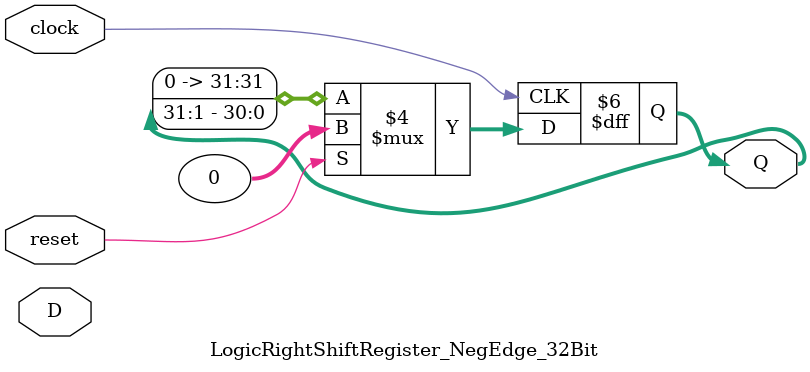
<source format=v>
module LogicRightShiftRegister_NegEdge_32Bit (clock, reset, D, Q);
    input clock;
    input reset;
    input [31:0] D;
    output reg [31:0] Q;

    always @(negedge clock)
    begin
        if (reset)
            Q = 32'b00000000000000000000000000000000;
        else
            Q = Q >> 1 ;        
    end
endmodule

</source>
